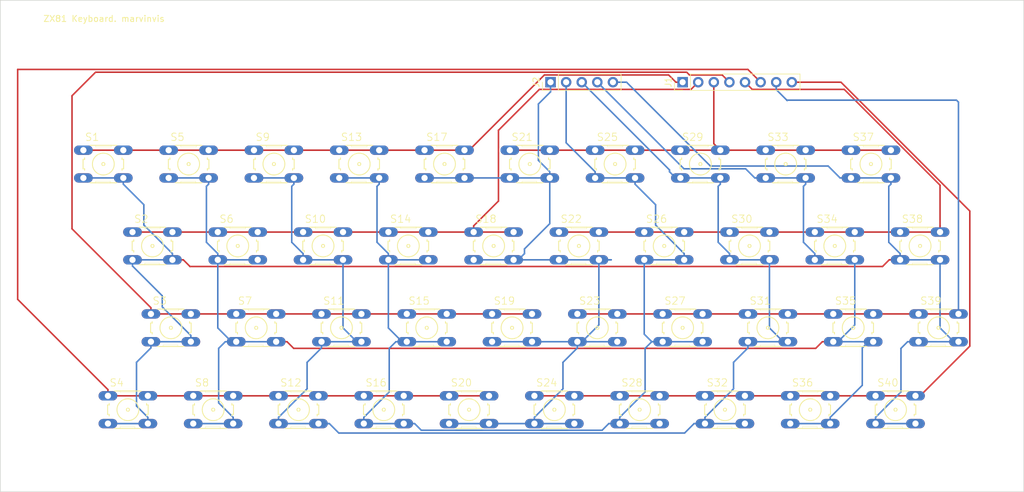
<source format=kicad_pcb>
(kicad_pcb (version 20171130) (host pcbnew "(5.1.2)-2")
  (layers (0 F.Cu signal) (31 B.Cu signal) (34 B.Paste user) (35 F.Paste user) (36 B.SilkS user) (37 F.SilkS user) (38 B.Mask user) (39 F.Mask user) (44 Edge.Cuts user))
  (net 0 "")
  (net 1 /A13)
  (net 2 /A8)
  (net 3 /A14)
  (net 4 /A15)
  (net 5 /A9)
  (net 6 /A12)
  (net 7 /A10)
  (net 8 /A11)
  (net 9 /D0)
  (net 10 /D1)
  (net 11 /D2)
  (net 12 /D3)
  (net 13 /D4)
  (module Connector_PinHeader_2.54mm:PinHeader_1x05_P2.54mm_Vertical (layer F.Cu) (at 142.1579 63.667 90)
    (fp_text reference J2 (at 0 -2.33 90) (layer F.SilkS))
    (fp_text value 66100511722)
    (pad 5 thru_hole oval (at 0 10.16 90) (size 1.7 1.7) (drill 1) (layers *.Cu *.Mask) (net 9 /D0))
    (pad 4 thru_hole oval (at 0 7.62 90) (size 1.7 1.7) (drill 1) (layers *.Cu *.Mask) (net 10 /D1))
    (pad 3 thru_hole oval (at 0 5.08 90) (size 1.7 1.7) (drill 1) (layers *.Cu *.Mask) (net 11 /D2))
    (pad 2 thru_hole oval (at 0 2.54 90) (size 1.7 1.7) (drill 1) (layers *.Cu *.Mask) (net 12 /D3))
    (pad 1 thru_hole rect (at 0 0 90) (size 1.7 1.7) (drill 1) (layers *.Cu *.Mask) (net 13 /D4))
  )
  (module Connector_PinHeader_2.54mm:PinHeader_1x08_P2.54mm_Vertical (layer F.Cu) (at 163.6668 63.667 90)
    (fp_text reference J1 (at 0 -2.33 90) (layer F.SilkS))
    (fp_text value 66100811622)
    (pad 8 thru_hole oval (at 0 17.78 90) (size 1.7 1.7) (drill 1) (layers *.Cu *.Mask) (net 4 /A15))
    (pad 7 thru_hole oval (at 0 15.24 90) (size 1.7 1.7) (drill 1) (layers *.Cu *.Mask) (net 3 /A14))
    (pad 6 thru_hole oval (at 0 12.7 90) (size 1.7 1.7) (drill 1) (layers *.Cu *.Mask) (net 2 /A8))
    (pad 5 thru_hole oval (at 0 10.16 90) (size 1.7 1.7) (drill 1) (layers *.Cu *.Mask) (net 1 /A13))
    (pad 4 thru_hole oval (at 0 7.62 90) (size 1.7 1.7) (drill 1) (layers *.Cu *.Mask) (net 5 /A9))
    (pad 3 thru_hole oval (at 0 5.08 90) (size 1.7 1.7) (drill 1) (layers *.Cu *.Mask) (net 6 /A12))
    (pad 2 thru_hole oval (at 0 2.54 90) (size 1.7 1.7) (drill 1) (layers *.Cu *.Mask) (net 7 /A10))
    (pad 1 thru_hole rect (at 0 0 90) (size 1.7 1.7) (drill 1) (layers *.Cu *.Mask) (net 8 /A11))
  )
  (module untitled:B3F-10XX (layer F.Cu) (at 77.3334 90.3338)
    (fp_text reference S2 (at -3.048 -3.683) (layer F.SilkS) (effects (font (size 1.2065 1.2065) (thickness 0.12065)) (justify left bottom)))
    (fp_text value Q)
    (pad 1 thru_hole oval (at -3.2512 -2.2606) (size 3.048 1.524) (drill 1.016) (layers *.Cu *.Mask) (net 7 /A10))
    (pad 3 thru_hole oval (at -3.2512 2.2606) (size 3.048 1.524) (drill 1.016) (layers *.Cu *.Mask) (net 9 /D0))
    (pad 2 thru_hole oval (at 3.2512 -2.2606) (size 3.048 1.524) (drill 1.016) (layers *.Cu *.Mask) (net 7 /A10))
    (pad 4 thru_hole oval (at 3.2512 2.2606) (size 3.048 1.524) (drill 1.016) (layers *.Cu *.Mask) (net 9 /D0))
  )
  (module untitled:B3F-10XX (layer F.Cu) (at 69.3334 77.0004)
    (fp_text reference S1 (at -3.048 -3.683) (layer F.SilkS) (effects (font (size 1.2065 1.2065) (thickness 0.12065)) (justify left bottom)))
    (fp_text value 1)
    (pad 4 thru_hole oval (at 3.2512 2.2606) (size 3.048 1.524) (drill 1.016) (layers *.Cu *.Mask) (net 9 /D0))
    (pad 2 thru_hole oval (at 3.2512 -2.2606) (size 3.048 1.524) (drill 1.016) (layers *.Cu *.Mask) (net 8 /A11))
    (pad 3 thru_hole oval (at -3.2512 2.2606) (size 3.048 1.524) (drill 1.016) (layers *.Cu *.Mask) (net 9 /D0))
    (pad 1 thru_hole oval (at -3.2512 -2.2606) (size 3.048 1.524) (drill 1.016) (layers *.Cu *.Mask) (net 8 /A11))
  )
  (module untitled:B3F-10XX (layer F.Cu) (at 80.3334 103.6672)
    (fp_text reference S3 (at -3.048 -3.683) (layer F.SilkS) (effects (font (size 1.2065 1.2065) (thickness 0.12065)) (justify left bottom)))
    (fp_text value A)
    (pad 4 thru_hole oval (at 3.2512 2.2606) (size 3.048 1.524) (drill 1.016) (layers *.Cu *.Mask) (net 9 /D0))
    (pad 2 thru_hole oval (at 3.2512 -2.2606) (size 3.048 1.524) (drill 1.016) (layers *.Cu *.Mask) (net 5 /A9))
    (pad 3 thru_hole oval (at -3.2512 2.2606) (size 3.048 1.524) (drill 1.016) (layers *.Cu *.Mask) (net 9 /D0))
    (pad 1 thru_hole oval (at -3.2512 -2.2606) (size 3.048 1.524) (drill 1.016) (layers *.Cu *.Mask) (net 5 /A9))
  )
  (module untitled:B3F-10XX (layer F.Cu) (at 73.3334 117.0006)
    (fp_text reference S4 (at -3.048 -3.683) (layer F.SilkS) (effects (font (size 1.2065 1.2065) (thickness 0.12065)) (justify left bottom)))
    (fp_text value SH)
    (pad 1 thru_hole oval (at -3.2512 -2.2606) (size 3.048 1.524) (drill 1.016) (layers *.Cu *.Mask) (net 2 /A8))
    (pad 3 thru_hole oval (at -3.2512 2.2606) (size 3.048 1.524) (drill 1.016) (layers *.Cu *.Mask) (net 9 /D0))
    (pad 2 thru_hole oval (at 3.2512 -2.2606) (size 3.048 1.524) (drill 1.016) (layers *.Cu *.Mask) (net 2 /A8))
    (pad 4 thru_hole oval (at 3.2512 2.2606) (size 3.048 1.524) (drill 1.016) (layers *.Cu *.Mask) (net 9 /D0))
  )
  (module untitled:B3F-10XX (layer F.Cu) (at 83.2223 77.0004)
    (fp_text reference S5 (at -3.048 -3.683) (layer F.SilkS) (effects (font (size 1.2065 1.2065) (thickness 0.12065)) (justify left bottom)))
    (fp_text value 2)
    (pad 1 thru_hole oval (at -3.2512 -2.2606) (size 3.048 1.524) (drill 1.016) (layers *.Cu *.Mask) (net 8 /A11))
    (pad 3 thru_hole oval (at -3.2512 2.2606) (size 3.048 1.524) (drill 1.016) (layers *.Cu *.Mask) (net 10 /D1))
    (pad 2 thru_hole oval (at 3.2512 -2.2606) (size 3.048 1.524) (drill 1.016) (layers *.Cu *.Mask) (net 8 /A11))
    (pad 4 thru_hole oval (at 3.2512 2.2606) (size 3.048 1.524) (drill 1.016) (layers *.Cu *.Mask) (net 10 /D1))
  )
  (module untitled:B3F-10XX (layer F.Cu) (at 91.2223 90.3338)
    (fp_text reference S6 (at -3.048 -3.683) (layer F.SilkS) (effects (font (size 1.2065 1.2065) (thickness 0.12065)) (justify left bottom)))
    (fp_text value W)
    (pad 4 thru_hole oval (at 3.2512 2.2606) (size 3.048 1.524) (drill 1.016) (layers *.Cu *.Mask) (net 10 /D1))
    (pad 2 thru_hole oval (at 3.2512 -2.2606) (size 3.048 1.524) (drill 1.016) (layers *.Cu *.Mask) (net 7 /A10))
    (pad 3 thru_hole oval (at -3.2512 2.2606) (size 3.048 1.524) (drill 1.016) (layers *.Cu *.Mask) (net 10 /D1))
    (pad 1 thru_hole oval (at -3.2512 -2.2606) (size 3.048 1.524) (drill 1.016) (layers *.Cu *.Mask) (net 7 /A10))
  )
  (module untitled:B3F-10XX (layer F.Cu) (at 94.2223 103.6672)
    (fp_text reference S7 (at -3.048 -3.683) (layer F.SilkS) (effects (font (size 1.2065 1.2065) (thickness 0.12065)) (justify left bottom)))
    (fp_text value S)
    (pad 4 thru_hole oval (at 3.2512 2.2606) (size 3.048 1.524) (drill 1.016) (layers *.Cu *.Mask) (net 10 /D1))
    (pad 2 thru_hole oval (at 3.2512 -2.2606) (size 3.048 1.524) (drill 1.016) (layers *.Cu *.Mask) (net 5 /A9))
    (pad 3 thru_hole oval (at -3.2512 2.2606) (size 3.048 1.524) (drill 1.016) (layers *.Cu *.Mask) (net 10 /D1))
    (pad 1 thru_hole oval (at -3.2512 -2.2606) (size 3.048 1.524) (drill 1.016) (layers *.Cu *.Mask) (net 5 /A9))
  )
  (module untitled:B3F-10XX (layer F.Cu) (at 87.2223 117.0006)
    (fp_text reference S8 (at -3.048 -3.683) (layer F.SilkS) (effects (font (size 1.2065 1.2065) (thickness 0.12065)) (justify left bottom)))
    (fp_text value Z)
    (pad 4 thru_hole oval (at 3.2512 2.2606) (size 3.048 1.524) (drill 1.016) (layers *.Cu *.Mask) (net 10 /D1))
    (pad 2 thru_hole oval (at 3.2512 -2.2606) (size 3.048 1.524) (drill 1.016) (layers *.Cu *.Mask) (net 2 /A8))
    (pad 3 thru_hole oval (at -3.2512 2.2606) (size 3.048 1.524) (drill 1.016) (layers *.Cu *.Mask) (net 10 /D1))
    (pad 1 thru_hole oval (at -3.2512 -2.2606) (size 3.048 1.524) (drill 1.016) (layers *.Cu *.Mask) (net 2 /A8))
  )
  (module untitled:B3F-10XX (layer F.Cu) (at 97.1112 77.0004)
    (fp_text reference S9 (at -3.048 -3.683) (layer F.SilkS) (effects (font (size 1.2065 1.2065) (thickness 0.12065)) (justify left bottom)))
    (fp_text value 3)
    (pad 1 thru_hole oval (at -3.2512 -2.2606) (size 3.048 1.524) (drill 1.016) (layers *.Cu *.Mask) (net 8 /A11))
    (pad 3 thru_hole oval (at -3.2512 2.2606) (size 3.048 1.524) (drill 1.016) (layers *.Cu *.Mask) (net 11 /D2))
    (pad 2 thru_hole oval (at 3.2512 -2.2606) (size 3.048 1.524) (drill 1.016) (layers *.Cu *.Mask) (net 8 /A11))
    (pad 4 thru_hole oval (at 3.2512 2.2606) (size 3.048 1.524) (drill 1.016) (layers *.Cu *.Mask) (net 11 /D2))
  )
  (module untitled:B3F-10XX (layer F.Cu) (at 105.1112 90.3338)
    (fp_text reference S10 (at -3.048 -3.683) (layer F.SilkS) (effects (font (size 1.2065 1.2065) (thickness 0.12065)) (justify left bottom)))
    (fp_text value E)
    (pad 1 thru_hole oval (at -3.2512 -2.2606) (size 3.048 1.524) (drill 1.016) (layers *.Cu *.Mask) (net 7 /A10))
    (pad 3 thru_hole oval (at -3.2512 2.2606) (size 3.048 1.524) (drill 1.016) (layers *.Cu *.Mask) (net 11 /D2))
    (pad 2 thru_hole oval (at 3.2512 -2.2606) (size 3.048 1.524) (drill 1.016) (layers *.Cu *.Mask) (net 7 /A10))
    (pad 4 thru_hole oval (at 3.2512 2.2606) (size 3.048 1.524) (drill 1.016) (layers *.Cu *.Mask) (net 11 /D2))
  )
  (module untitled:B3F-10XX (layer F.Cu) (at 108.1112 103.6672)
    (fp_text reference S11 (at -3.048 -3.683) (layer F.SilkS) (effects (font (size 1.2065 1.2065) (thickness 0.12065)) (justify left bottom)))
    (fp_text value D)
    (pad 1 thru_hole oval (at -3.2512 -2.2606) (size 3.048 1.524) (drill 1.016) (layers *.Cu *.Mask) (net 5 /A9))
    (pad 3 thru_hole oval (at -3.2512 2.2606) (size 3.048 1.524) (drill 1.016) (layers *.Cu *.Mask) (net 11 /D2))
    (pad 2 thru_hole oval (at 3.2512 -2.2606) (size 3.048 1.524) (drill 1.016) (layers *.Cu *.Mask) (net 5 /A9))
    (pad 4 thru_hole oval (at 3.2512 2.2606) (size 3.048 1.524) (drill 1.016) (layers *.Cu *.Mask) (net 11 /D2))
  )
  (module untitled:B3F-10XX (layer F.Cu) (at 101.1112 117.0006)
    (fp_text reference S12 (at -3.048 -3.683) (layer F.SilkS) (effects (font (size 1.2065 1.2065) (thickness 0.12065)) (justify left bottom)))
    (fp_text value X)
    (pad 4 thru_hole oval (at 3.2512 2.2606) (size 3.048 1.524) (drill 1.016) (layers *.Cu *.Mask) (net 11 /D2))
    (pad 2 thru_hole oval (at 3.2512 -2.2606) (size 3.048 1.524) (drill 1.016) (layers *.Cu *.Mask) (net 2 /A8))
    (pad 3 thru_hole oval (at -3.2512 2.2606) (size 3.048 1.524) (drill 1.016) (layers *.Cu *.Mask) (net 11 /D2))
    (pad 1 thru_hole oval (at -3.2512 -2.2606) (size 3.048 1.524) (drill 1.016) (layers *.Cu *.Mask) (net 2 /A8))
  )
  (module untitled:B3F-10XX (layer F.Cu) (at 111.0001 77.0004)
    (fp_text reference S13 (at -3.048 -3.683) (layer F.SilkS) (effects (font (size 1.2065 1.2065) (thickness 0.12065)) (justify left bottom)))
    (fp_text value 4)
    (pad 4 thru_hole oval (at 3.2512 2.2606) (size 3.048 1.524) (drill 1.016) (layers *.Cu *.Mask) (net 12 /D3))
    (pad 2 thru_hole oval (at 3.2512 -2.2606) (size 3.048 1.524) (drill 1.016) (layers *.Cu *.Mask) (net 8 /A11))
    (pad 3 thru_hole oval (at -3.2512 2.2606) (size 3.048 1.524) (drill 1.016) (layers *.Cu *.Mask) (net 12 /D3))
    (pad 1 thru_hole oval (at -3.2512 -2.2606) (size 3.048 1.524) (drill 1.016) (layers *.Cu *.Mask) (net 8 /A11))
  )
  (module untitled:B3F-10XX (layer F.Cu) (at 119.0001 90.3338)
    (fp_text reference S14 (at -3.048 -3.683) (layer F.SilkS) (effects (font (size 1.2065 1.2065) (thickness 0.12065)) (justify left bottom)))
    (fp_text value R)
    (pad 4 thru_hole oval (at 3.2512 2.2606) (size 3.048 1.524) (drill 1.016) (layers *.Cu *.Mask) (net 12 /D3))
    (pad 2 thru_hole oval (at 3.2512 -2.2606) (size 3.048 1.524) (drill 1.016) (layers *.Cu *.Mask) (net 7 /A10))
    (pad 3 thru_hole oval (at -3.2512 2.2606) (size 3.048 1.524) (drill 1.016) (layers *.Cu *.Mask) (net 12 /D3))
    (pad 1 thru_hole oval (at -3.2512 -2.2606) (size 3.048 1.524) (drill 1.016) (layers *.Cu *.Mask) (net 7 /A10))
  )
  (module untitled:B3F-10XX (layer F.Cu) (at 122.0001 103.6672)
    (fp_text reference S15 (at -3.048 -3.683) (layer F.SilkS) (effects (font (size 1.2065 1.2065) (thickness 0.12065)) (justify left bottom)))
    (fp_text value F)
    (pad 4 thru_hole oval (at 3.2512 2.2606) (size 3.048 1.524) (drill 1.016) (layers *.Cu *.Mask) (net 12 /D3))
    (pad 2 thru_hole oval (at 3.2512 -2.2606) (size 3.048 1.524) (drill 1.016) (layers *.Cu *.Mask) (net 5 /A9))
    (pad 3 thru_hole oval (at -3.2512 2.2606) (size 3.048 1.524) (drill 1.016) (layers *.Cu *.Mask) (net 12 /D3))
    (pad 1 thru_hole oval (at -3.2512 -2.2606) (size 3.048 1.524) (drill 1.016) (layers *.Cu *.Mask) (net 5 /A9))
  )
  (module untitled:B3F-10XX (layer F.Cu) (at 115.0001 117.0006)
    (fp_text reference S16 (at -3.048 -3.683) (layer F.SilkS) (effects (font (size 1.2065 1.2065) (thickness 0.12065)) (justify left bottom)))
    (fp_text value C)
    (pad 1 thru_hole oval (at -3.2512 -2.2606) (size 3.048 1.524) (drill 1.016) (layers *.Cu *.Mask) (net 2 /A8))
    (pad 3 thru_hole oval (at -3.2512 2.2606) (size 3.048 1.524) (drill 1.016) (layers *.Cu *.Mask) (net 12 /D3))
    (pad 2 thru_hole oval (at 3.2512 -2.2606) (size 3.048 1.524) (drill 1.016) (layers *.Cu *.Mask) (net 2 /A8))
    (pad 4 thru_hole oval (at 3.2512 2.2606) (size 3.048 1.524) (drill 1.016) (layers *.Cu *.Mask) (net 12 /D3))
  )
  (module untitled:B3F-10XX (layer F.Cu) (at 124.889 77.0004)
    (fp_text reference S17 (at -3.048 -3.683) (layer F.SilkS) (effects (font (size 1.2065 1.2065) (thickness 0.12065)) (justify left bottom)))
    (fp_text value 5)
    (pad 1 thru_hole oval (at -3.2512 -2.2606) (size 3.048 1.524) (drill 1.016) (layers *.Cu *.Mask) (net 8 /A11))
    (pad 3 thru_hole oval (at -3.2512 2.2606) (size 3.048 1.524) (drill 1.016) (layers *.Cu *.Mask) (net 13 /D4))
    (pad 2 thru_hole oval (at 3.2512 -2.2606) (size 3.048 1.524) (drill 1.016) (layers *.Cu *.Mask) (net 8 /A11))
    (pad 4 thru_hole oval (at 3.2512 2.2606) (size 3.048 1.524) (drill 1.016) (layers *.Cu *.Mask) (net 13 /D4))
  )
  (module untitled:B3F-10XX (layer F.Cu) (at 132.889 90.3338)
    (fp_text reference S18 (at -3.048 -3.683) (layer F.SilkS) (effects (font (size 1.2065 1.2065) (thickness 0.12065)) (justify left bottom)))
    (fp_text value T)
    (pad 1 thru_hole oval (at -3.2512 -2.2606) (size 3.048 1.524) (drill 1.016) (layers *.Cu *.Mask) (net 7 /A10))
    (pad 3 thru_hole oval (at -3.2512 2.2606) (size 3.048 1.524) (drill 1.016) (layers *.Cu *.Mask) (net 13 /D4))
    (pad 2 thru_hole oval (at 3.2512 -2.2606) (size 3.048 1.524) (drill 1.016) (layers *.Cu *.Mask) (net 7 /A10))
    (pad 4 thru_hole oval (at 3.2512 2.2606) (size 3.048 1.524) (drill 1.016) (layers *.Cu *.Mask) (net 13 /D4))
  )
  (module untitled:B3F-10XX (layer F.Cu) (at 135.889 103.6672)
    (fp_text reference S19 (at -3.048 -3.683) (layer F.SilkS) (effects (font (size 1.2065 1.2065) (thickness 0.12065)) (justify left bottom)))
    (fp_text value G)
    (pad 1 thru_hole oval (at -3.2512 -2.2606) (size 3.048 1.524) (drill 1.016) (layers *.Cu *.Mask) (net 5 /A9))
    (pad 3 thru_hole oval (at -3.2512 2.2606) (size 3.048 1.524) (drill 1.016) (layers *.Cu *.Mask) (net 13 /D4))
    (pad 2 thru_hole oval (at 3.2512 -2.2606) (size 3.048 1.524) (drill 1.016) (layers *.Cu *.Mask) (net 5 /A9))
    (pad 4 thru_hole oval (at 3.2512 2.2606) (size 3.048 1.524) (drill 1.016) (layers *.Cu *.Mask) (net 13 /D4))
  )
  (module untitled:B3F-10XX (layer F.Cu) (at 128.889 117.0006)
    (fp_text reference S20 (at -3.048 -3.683) (layer F.SilkS) (effects (font (size 1.2065 1.2065) (thickness 0.12065)) (justify left bottom)))
    (fp_text value V)
    (pad 4 thru_hole oval (at 3.2512 2.2606) (size 3.048 1.524) (drill 1.016) (layers *.Cu *.Mask) (net 13 /D4))
    (pad 2 thru_hole oval (at 3.2512 -2.2606) (size 3.048 1.524) (drill 1.016) (layers *.Cu *.Mask) (net 2 /A8))
    (pad 3 thru_hole oval (at -3.2512 2.2606) (size 3.048 1.524) (drill 1.016) (layers *.Cu *.Mask) (net 13 /D4))
    (pad 1 thru_hole oval (at -3.2512 -2.2606) (size 3.048 1.524) (drill 1.016) (layers *.Cu *.Mask) (net 2 /A8))
  )
  (module untitled:B3F-10XX (layer F.Cu) (at 138.7779 77.0004)
    (fp_text reference S21 (at -3.048 -3.683) (layer F.SilkS) (effects (font (size 1.2065 1.2065) (thickness 0.12065)) (justify left bottom)))
    (fp_text value 6)
    (pad 4 thru_hole oval (at 3.2512 2.2606) (size 3.048 1.524) (drill 1.016) (layers *.Cu *.Mask) (net 13 /D4))
    (pad 2 thru_hole oval (at 3.2512 -2.2606) (size 3.048 1.524) (drill 1.016) (layers *.Cu *.Mask) (net 6 /A12))
    (pad 3 thru_hole oval (at -3.2512 2.2606) (size 3.048 1.524) (drill 1.016) (layers *.Cu *.Mask) (net 13 /D4))
    (pad 1 thru_hole oval (at -3.2512 -2.2606) (size 3.048 1.524) (drill 1.016) (layers *.Cu *.Mask) (net 6 /A12))
  )
  (module untitled:B3F-10XX (layer F.Cu) (at 146.7779 90.3338)
    (fp_text reference S22 (at -3.048 -3.683) (layer F.SilkS) (effects (font (size 1.2065 1.2065) (thickness 0.12065)) (justify left bottom)))
    (fp_text value Y)
    (pad 4 thru_hole oval (at 3.2512 2.2606) (size 3.048 1.524) (drill 1.016) (layers *.Cu *.Mask) (net 13 /D4))
    (pad 2 thru_hole oval (at 3.2512 -2.2606) (size 3.048 1.524) (drill 1.016) (layers *.Cu *.Mask) (net 1 /A13))
    (pad 3 thru_hole oval (at -3.2512 2.2606) (size 3.048 1.524) (drill 1.016) (layers *.Cu *.Mask) (net 13 /D4))
    (pad 1 thru_hole oval (at -3.2512 -2.2606) (size 3.048 1.524) (drill 1.016) (layers *.Cu *.Mask) (net 1 /A13))
  )
  (module untitled:B3F-10XX (layer F.Cu) (at 149.7779 103.6672)
    (fp_text reference S23 (at -3.048 -3.683) (layer F.SilkS) (effects (font (size 1.2065 1.2065) (thickness 0.12065)) (justify left bottom)))
    (fp_text value H)
    (pad 4 thru_hole oval (at 3.2512 2.2606) (size 3.048 1.524) (drill 1.016) (layers *.Cu *.Mask) (net 13 /D4))
    (pad 2 thru_hole oval (at 3.2512 -2.2606) (size 3.048 1.524) (drill 1.016) (layers *.Cu *.Mask) (net 3 /A14))
    (pad 3 thru_hole oval (at -3.2512 2.2606) (size 3.048 1.524) (drill 1.016) (layers *.Cu *.Mask) (net 13 /D4))
    (pad 1 thru_hole oval (at -3.2512 -2.2606) (size 3.048 1.524) (drill 1.016) (layers *.Cu *.Mask) (net 3 /A14))
  )
  (module untitled:B3F-10XX (layer F.Cu) (at 142.7779 117.0006)
    (fp_text reference S24 (at -3.048 -3.683) (layer F.SilkS) (effects (font (size 1.2065 1.2065) (thickness 0.12065)) (justify left bottom)))
    (fp_text value B)
    (pad 1 thru_hole oval (at -3.2512 -2.2606) (size 3.048 1.524) (drill 1.016) (layers *.Cu *.Mask) (net 4 /A15))
    (pad 3 thru_hole oval (at -3.2512 2.2606) (size 3.048 1.524) (drill 1.016) (layers *.Cu *.Mask) (net 13 /D4))
    (pad 2 thru_hole oval (at 3.2512 -2.2606) (size 3.048 1.524) (drill 1.016) (layers *.Cu *.Mask) (net 4 /A15))
    (pad 4 thru_hole oval (at 3.2512 2.2606) (size 3.048 1.524) (drill 1.016) (layers *.Cu *.Mask) (net 13 /D4))
  )
  (module untitled:B3F-10XX (layer F.Cu) (at 152.6668 77.0004)
    (fp_text reference S25 (at -3.048 -3.683) (layer F.SilkS) (effects (font (size 1.2065 1.2065) (thickness 0.12065)) (justify left bottom)))
    (fp_text value 7)
    (pad 1 thru_hole oval (at -3.2512 -2.2606) (size 3.048 1.524) (drill 1.016) (layers *.Cu *.Mask) (net 6 /A12))
    (pad 3 thru_hole oval (at -3.2512 2.2606) (size 3.048 1.524) (drill 1.016) (layers *.Cu *.Mask) (net 12 /D3))
    (pad 2 thru_hole oval (at 3.2512 -2.2606) (size 3.048 1.524) (drill 1.016) (layers *.Cu *.Mask) (net 6 /A12))
    (pad 4 thru_hole oval (at 3.2512 2.2606) (size 3.048 1.524) (drill 1.016) (layers *.Cu *.Mask) (net 12 /D3))
  )
  (module untitled:B3F-10XX (layer F.Cu) (at 160.6668 90.3338)
    (fp_text reference S26 (at -3.048 -3.683) (layer F.SilkS) (effects (font (size 1.2065 1.2065) (thickness 0.12065)) (justify left bottom)))
    (fp_text value U)
    (pad 1 thru_hole oval (at -3.2512 -2.2606) (size 3.048 1.524) (drill 1.016) (layers *.Cu *.Mask) (net 1 /A13))
    (pad 3 thru_hole oval (at -3.2512 2.2606) (size 3.048 1.524) (drill 1.016) (layers *.Cu *.Mask) (net 12 /D3))
    (pad 2 thru_hole oval (at 3.2512 -2.2606) (size 3.048 1.524) (drill 1.016) (layers *.Cu *.Mask) (net 1 /A13))
    (pad 4 thru_hole oval (at 3.2512 2.2606) (size 3.048 1.524) (drill 1.016) (layers *.Cu *.Mask) (net 12 /D3))
  )
  (module untitled:B3F-10XX (layer F.Cu) (at 163.6668 103.6672)
    (fp_text reference S27 (at -3.048 -3.683) (layer F.SilkS) (effects (font (size 1.2065 1.2065) (thickness 0.12065)) (justify left bottom)))
    (fp_text value J)
    (pad 1 thru_hole oval (at -3.2512 -2.2606) (size 3.048 1.524) (drill 1.016) (layers *.Cu *.Mask) (net 3 /A14))
    (pad 3 thru_hole oval (at -3.2512 2.2606) (size 3.048 1.524) (drill 1.016) (layers *.Cu *.Mask) (net 12 /D3))
    (pad 2 thru_hole oval (at 3.2512 -2.2606) (size 3.048 1.524) (drill 1.016) (layers *.Cu *.Mask) (net 3 /A14))
    (pad 4 thru_hole oval (at 3.2512 2.2606) (size 3.048 1.524) (drill 1.016) (layers *.Cu *.Mask) (net 12 /D3))
  )
  (module untitled:B3F-10XX (layer F.Cu) (at 156.6668 117.0006)
    (fp_text reference S28 (at -3.048 -3.683) (layer F.SilkS) (effects (font (size 1.2065 1.2065) (thickness 0.12065)) (justify left bottom)))
    (fp_text value N)
    (pad 4 thru_hole oval (at 3.2512 2.2606) (size 3.048 1.524) (drill 1.016) (layers *.Cu *.Mask) (net 12 /D3))
    (pad 2 thru_hole oval (at 3.2512 -2.2606) (size 3.048 1.524) (drill 1.016) (layers *.Cu *.Mask) (net 4 /A15))
    (pad 3 thru_hole oval (at -3.2512 2.2606) (size 3.048 1.524) (drill 1.016) (layers *.Cu *.Mask) (net 12 /D3))
    (pad 1 thru_hole oval (at -3.2512 -2.2606) (size 3.048 1.524) (drill 1.016) (layers *.Cu *.Mask) (net 4 /A15))
  )
  (module untitled:B3F-10XX (layer F.Cu) (at 166.5557 77.0004)
    (fp_text reference S29 (at -3.048 -3.683) (layer F.SilkS) (effects (font (size 1.2065 1.2065) (thickness 0.12065)) (justify left bottom)))
    (fp_text value 8)
    (pad 4 thru_hole oval (at 3.2512 2.2606) (size 3.048 1.524) (drill 1.016) (layers *.Cu *.Mask) (net 11 /D2))
    (pad 2 thru_hole oval (at 3.2512 -2.2606) (size 3.048 1.524) (drill 1.016) (layers *.Cu *.Mask) (net 6 /A12))
    (pad 3 thru_hole oval (at -3.2512 2.2606) (size 3.048 1.524) (drill 1.016) (layers *.Cu *.Mask) (net 11 /D2))
    (pad 1 thru_hole oval (at -3.2512 -2.2606) (size 3.048 1.524) (drill 1.016) (layers *.Cu *.Mask) (net 6 /A12))
  )
  (module untitled:B3F-10XX (layer F.Cu) (at 174.5557 90.3338)
    (fp_text reference S30 (at -3.048 -3.683) (layer F.SilkS) (effects (font (size 1.2065 1.2065) (thickness 0.12065)) (justify left bottom)))
    (fp_text value I)
    (pad 4 thru_hole oval (at 3.2512 2.2606) (size 3.048 1.524) (drill 1.016) (layers *.Cu *.Mask) (net 11 /D2))
    (pad 2 thru_hole oval (at 3.2512 -2.2606) (size 3.048 1.524) (drill 1.016) (layers *.Cu *.Mask) (net 1 /A13))
    (pad 3 thru_hole oval (at -3.2512 2.2606) (size 3.048 1.524) (drill 1.016) (layers *.Cu *.Mask) (net 11 /D2))
    (pad 1 thru_hole oval (at -3.2512 -2.2606) (size 3.048 1.524) (drill 1.016) (layers *.Cu *.Mask) (net 1 /A13))
  )
  (module untitled:B3F-10XX (layer F.Cu) (at 177.5557 103.6672)
    (fp_text reference S31 (at -3.048 -3.683) (layer F.SilkS) (effects (font (size 1.2065 1.2065) (thickness 0.12065)) (justify left bottom)))
    (fp_text value K)
    (pad 4 thru_hole oval (at 3.2512 2.2606) (size 3.048 1.524) (drill 1.016) (layers *.Cu *.Mask) (net 11 /D2))
    (pad 2 thru_hole oval (at 3.2512 -2.2606) (size 3.048 1.524) (drill 1.016) (layers *.Cu *.Mask) (net 3 /A14))
    (pad 3 thru_hole oval (at -3.2512 2.2606) (size 3.048 1.524) (drill 1.016) (layers *.Cu *.Mask) (net 11 /D2))
    (pad 1 thru_hole oval (at -3.2512 -2.2606) (size 3.048 1.524) (drill 1.016) (layers *.Cu *.Mask) (net 3 /A14))
  )
  (module untitled:B3F-10XX (layer F.Cu) (at 170.5557 117.0006)
    (fp_text reference S32 (at -3.048 -3.683) (layer F.SilkS) (effects (font (size 1.2065 1.2065) (thickness 0.12065)) (justify left bottom)))
    (fp_text value M)
    (pad 1 thru_hole oval (at -3.2512 -2.2606) (size 3.048 1.524) (drill 1.016) (layers *.Cu *.Mask) (net 4 /A15))
    (pad 3 thru_hole oval (at -3.2512 2.2606) (size 3.048 1.524) (drill 1.016) (layers *.Cu *.Mask) (net 11 /D2))
    (pad 2 thru_hole oval (at 3.2512 -2.2606) (size 3.048 1.524) (drill 1.016) (layers *.Cu *.Mask) (net 4 /A15))
    (pad 4 thru_hole oval (at 3.2512 2.2606) (size 3.048 1.524) (drill 1.016) (layers *.Cu *.Mask) (net 11 /D2))
  )
  (module untitled:B3F-10XX (layer F.Cu) (at 180.4446 77.0004)
    (fp_text reference S33 (at -3.048 -3.683) (layer F.SilkS) (effects (font (size 1.2065 1.2065) (thickness 0.12065)) (justify left bottom)))
    (fp_text value 9)
    (pad 1 thru_hole oval (at -3.2512 -2.2606) (size 3.048 1.524) (drill 1.016) (layers *.Cu *.Mask) (net 6 /A12))
    (pad 3 thru_hole oval (at -3.2512 2.2606) (size 3.048 1.524) (drill 1.016) (layers *.Cu *.Mask) (net 10 /D1))
    (pad 2 thru_hole oval (at 3.2512 -2.2606) (size 3.048 1.524) (drill 1.016) (layers *.Cu *.Mask) (net 6 /A12))
    (pad 4 thru_hole oval (at 3.2512 2.2606) (size 3.048 1.524) (drill 1.016) (layers *.Cu *.Mask) (net 10 /D1))
  )
  (module untitled:B3F-10XX (layer F.Cu) (at 188.4446 90.3338)
    (fp_text reference S34 (at -3.048 -3.683) (layer F.SilkS) (effects (font (size 1.2065 1.2065) (thickness 0.12065)) (justify left bottom)))
    (fp_text value O)
    (pad 1 thru_hole oval (at -3.2512 -2.2606) (size 3.048 1.524) (drill 1.016) (layers *.Cu *.Mask) (net 1 /A13))
    (pad 3 thru_hole oval (at -3.2512 2.2606) (size 3.048 1.524) (drill 1.016) (layers *.Cu *.Mask) (net 10 /D1))
    (pad 2 thru_hole oval (at 3.2512 -2.2606) (size 3.048 1.524) (drill 1.016) (layers *.Cu *.Mask) (net 1 /A13))
    (pad 4 thru_hole oval (at 3.2512 2.2606) (size 3.048 1.524) (drill 1.016) (layers *.Cu *.Mask) (net 10 /D1))
  )
  (module untitled:B3F-10XX (layer F.Cu) (at 191.4446 103.6672)
    (fp_text reference S35 (at -3.048 -3.683) (layer F.SilkS) (effects (font (size 1.2065 1.2065) (thickness 0.12065)) (justify left bottom)))
    (fp_text value L)
    (pad 1 thru_hole oval (at -3.2512 -2.2606) (size 3.048 1.524) (drill 1.016) (layers *.Cu *.Mask) (net 3 /A14))
    (pad 3 thru_hole oval (at -3.2512 2.2606) (size 3.048 1.524) (drill 1.016) (layers *.Cu *.Mask) (net 10 /D1))
    (pad 2 thru_hole oval (at 3.2512 -2.2606) (size 3.048 1.524) (drill 1.016) (layers *.Cu *.Mask) (net 3 /A14))
    (pad 4 thru_hole oval (at 3.2512 2.2606) (size 3.048 1.524) (drill 1.016) (layers *.Cu *.Mask) (net 10 /D1))
  )
  (module untitled:B3F-10XX (layer F.Cu) (at 184.4446 117.0006)
    (fp_text reference S36 (at -3.048 -3.683) (layer F.SilkS) (effects (font (size 1.2065 1.2065) (thickness 0.12065)) (justify left bottom)))
    (fp_text value DOT)
    (pad 4 thru_hole oval (at 3.2512 2.2606) (size 3.048 1.524) (drill 1.016) (layers *.Cu *.Mask) (net 10 /D1))
    (pad 2 thru_hole oval (at 3.2512 -2.2606) (size 3.048 1.524) (drill 1.016) (layers *.Cu *.Mask) (net 4 /A15))
    (pad 3 thru_hole oval (at -3.2512 2.2606) (size 3.048 1.524) (drill 1.016) (layers *.Cu *.Mask) (net 10 /D1))
    (pad 1 thru_hole oval (at -3.2512 -2.2606) (size 3.048 1.524) (drill 1.016) (layers *.Cu *.Mask) (net 4 /A15))
  )
  (module untitled:B3F-10XX (layer F.Cu) (at 194.3335 77.0004)
    (fp_text reference S37 (at -3.048 -3.683) (layer F.SilkS) (effects (font (size 1.2065 1.2065) (thickness 0.12065)) (justify left bottom)))
    (fp_text value ZERO)
    (pad 4 thru_hole oval (at 3.2512 2.2606) (size 3.048 1.524) (drill 1.016) (layers *.Cu *.Mask) (net 9 /D0))
    (pad 2 thru_hole oval (at 3.2512 -2.2606) (size 3.048 1.524) (drill 1.016) (layers *.Cu *.Mask) (net 6 /A12))
    (pad 3 thru_hole oval (at -3.2512 2.2606) (size 3.048 1.524) (drill 1.016) (layers *.Cu *.Mask) (net 9 /D0))
    (pad 1 thru_hole oval (at -3.2512 -2.2606) (size 3.048 1.524) (drill 1.016) (layers *.Cu *.Mask) (net 6 /A12))
  )
  (module untitled:B3F-10XX (layer F.Cu) (at 202.3335 90.3338)
    (fp_text reference S38 (at -3.048 -3.683) (layer F.SilkS) (effects (font (size 1.2065 1.2065) (thickness 0.12065)) (justify left bottom)))
    (fp_text value P)
    (pad 1 thru_hole oval (at -3.2512 -2.2606) (size 3.048 1.524) (drill 1.016) (layers *.Cu *.Mask) (net 1 /A13))
    (pad 3 thru_hole oval (at -3.2512 2.2606) (size 3.048 1.524) (drill 1.016) (layers *.Cu *.Mask) (net 9 /D0))
    (pad 2 thru_hole oval (at 3.2512 -2.2606) (size 3.048 1.524) (drill 1.016) (layers *.Cu *.Mask) (net 1 /A13))
    (pad 4 thru_hole oval (at 3.2512 2.2606) (size 3.048 1.524) (drill 1.016) (layers *.Cu *.Mask) (net 9 /D0))
  )
  (module untitled:B3F-10XX (layer F.Cu) (at 205.3335 103.6672)
    (fp_text reference S39 (at -3.048 -3.683) (layer F.SilkS) (effects (font (size 1.2065 1.2065) (thickness 0.12065)) (justify left bottom)))
    (fp_text value NL)
    (pad 4 thru_hole oval (at 3.2512 2.2606) (size 3.048 1.524) (drill 1.016) (layers *.Cu *.Mask) (net 9 /D0))
    (pad 2 thru_hole oval (at 3.2512 -2.2606) (size 3.048 1.524) (drill 1.016) (layers *.Cu *.Mask) (net 3 /A14))
    (pad 3 thru_hole oval (at -3.2512 2.2606) (size 3.048 1.524) (drill 1.016) (layers *.Cu *.Mask) (net 9 /D0))
    (pad 1 thru_hole oval (at -3.2512 -2.2606) (size 3.048 1.524) (drill 1.016) (layers *.Cu *.Mask) (net 3 /A14))
  )
  (module untitled:B3F-10XX (layer F.Cu) (at 198.3335 117.0006)
    (fp_text reference S40 (at -3.048 -3.683) (layer F.SilkS) (effects (font (size 1.2065 1.2065) (thickness 0.12065)) (justify left bottom)))
    (fp_text value SP)
    (pad 1 thru_hole oval (at -3.2512 -2.2606) (size 3.048 1.524) (drill 1.016) (layers *.Cu *.Mask) (net 4 /A15))
    (pad 3 thru_hole oval (at -3.2512 2.2606) (size 3.048 1.524) (drill 1.016) (layers *.Cu *.Mask) (net 9 /D0))
    (pad 2 thru_hole oval (at 3.2512 -2.2606) (size 3.048 1.524) (drill 1.016) (layers *.Cu *.Mask) (net 4 /A15))
    (pad 4 thru_hole oval (at 3.2512 2.2606) (size 3.048 1.524) (drill 1.016) (layers *.Cu *.Mask) (net 9 /D0))
  )
  (gr_text "ZX81 Keyboard. marvinvis" (at 69.4445 53.3336) (layer F.SilkS) (effects (font (size 1 1))))
  (gr_line (start 52.5556 130.334) (end 52.5556 50.3336) (layer Edge.Cuts) (width 0.1))
  (gr_line (start 219.2224 130.334) (end 52.5556 130.334) (layer Edge.Cuts) (width 0.1))
  (gr_line (start 219.2224 50.3336) (end 219.2224 130.334) (layer Edge.Cuts) (width 0.1))
  (gr_line (start 52.5556 50.3336) (end 219.2224 50.3336) (layer Edge.Cuts) (width 0.1))
  (segment (start 143.5267 88.0732) (end 205.5847 88.0732) (width 0.25) (layer F.Cu) (net 1))
  (segment (start 205.5847 87.0612) (end 205.5847 88.0732) (width 0.25) (layer F.Cu) (net 1))
  (segment (start 205.5847 80.440536) (end 205.5847 87.0612) (width 0.25) (layer F.Cu) (net 1))
  (segment (start 189.986165 64.842001) (end 205.5847 80.440536) (width 0.25) (layer F.Cu) (net 1))
  (segment (start 175.001801 64.842001) (end 189.986165 64.842001) (width 0.25) (layer F.Cu) (net 1))
  (segment (start 173.8268 63.667) (end 175.001801 64.842001) (width 0.25) (layer F.Cu) (net 1))
  (segment (start 132.1402 114.74) (end 70.0822 114.74) (width 0.25) (layer F.Cu) (net 2))
  (segment (start 174.29178 61.59198) (end 176.3668 63.667) (width 0.25) (layer F.Cu) (net 2))
  (segment (start 55.38064 61.59198) (end 174.29178 61.59198) (width 0.25) (layer F.Cu) (net 2))
  (segment (start 55.38064 99.02644) (end 55.38064 61.59198) (width 0.25) (layer F.Cu) (net 2))
  (segment (start 70.0822 114.74) (end 70.0822 113.728) (width 0.25) (layer F.Cu) (net 2))
  (segment (start 70.0822 113.728) (end 55.38064 99.02644) (width 0.25) (layer F.Cu) (net 2))
  (segment (start 147.2887 101.4066) (end 208.5847 101.4066) (width 0.25) (layer F.Cu) (net 3))
  (segment (start 146.5267 101.4066) (end 147.2887 101.4066) (width 0.25) (layer F.Cu) (net 3))
  (segment (start 178.9068 63.667) (end 178.9068 64.869081) (width 0.25) (layer B.Cu) (net 3))
  (segment (start 180.630209 66.592491) (end 180.704719 66.667) (width 0.25) (layer B.Cu) (net 3))
  (segment (start 178.9068 64.869081) (end 180.630209 66.592491) (width 0.25) (layer B.Cu) (net 3))
  (segment (start 208.5847 66.9182) (end 208.5847 101.4066) (width 0.25) (layer B.Cu) (net 3))
  (segment (start 180.630209 66.592491) (end 208.258991 66.592491) (width 0.25) (layer B.Cu) (net 3))
  (segment (start 208.258991 66.592491) (end 208.5847 66.9182) (width 0.25) (layer B.Cu) (net 3))
  (segment (start 201.5847 114.74) (end 139.5267 114.74) (width 0.25) (layer F.Cu) (net 4))
  (segment (start 182.648881 63.667) (end 181.4468 63.667) (width 0.25) (layer F.Cu) (net 4))
  (segment (start 189.447574 63.667) (end 182.648881 63.667) (width 0.25) (layer F.Cu) (net 4))
  (segment (start 210.43371 84.653136) (end 189.447574 63.667) (width 0.25) (layer F.Cu) (net 4))
  (segment (start 210.43371 106.65299) (end 210.43371 84.653136) (width 0.25) (layer F.Cu) (net 4))
  (segment (start 202.3467 114.74) (end 210.43371 106.65299) (width 0.25) (layer F.Cu) (net 4))
  (segment (start 201.5847 114.74) (end 202.3467 114.74) (width 0.25) (layer F.Cu) (net 4))
  (segment (start 77.8442 101.4066) (end 139.1402 101.4066) (width 0.25) (layer F.Cu) (net 5))
  (segment (start 77.0822 101.4066) (end 77.8442 101.4066) (width 0.25) (layer F.Cu) (net 5))
  (segment (start 170.111799 62.491999) (end 164.776801 62.491999) (width 0.25) (layer F.Cu) (net 5))
  (segment (start 171.2868 63.667) (end 170.111799 62.491999) (width 0.25) (layer F.Cu) (net 5))
  (segment (start 164.326791 62.041989) (end 68.069511 62.041989) (width 0.25) (layer F.Cu) (net 5))
  (segment (start 164.776801 62.491999) (end 164.326791 62.041989) (width 0.25) (layer F.Cu) (net 5))
  (segment (start 77.0822 100.3946) (end 77.0822 101.4066) (width 0.25) (layer F.Cu) (net 5))
  (segment (start 64.23319 87.54559) (end 77.0822 100.3946) (width 0.25) (layer F.Cu) (net 5))
  (segment (start 64.23319 65.87831) (end 64.23319 87.54559) (width 0.25) (layer F.Cu) (net 5))
  (segment (start 68.069511 62.041989) (end 64.23319 65.87831) (width 0.25) (layer F.Cu) (net 5))
  (segment (start 135.5267 74.7398) (end 197.5847 74.7398) (width 0.25) (layer F.Cu) (net 6))
  (segment (start 168.7468 73.6797) (end 169.8069 74.7398) (width 0.25) (layer F.Cu) (net 6))
  (segment (start 168.7468 63.667) (end 168.7468 73.6797) (width 0.25) (layer F.Cu) (net 6))
  (segment (start 74.0822 88.0732) (end 136.1402 88.0732) (width 0.25) (layer F.Cu) (net 7))
  (segment (start 136.1402 88.0732) (end 136.9022 88.0732) (width 0.25) (layer F.Cu) (net 7))
  (segment (start 129.6378 87.0612) (end 129.6378 88.0732) (width 0.25) (layer F.Cu) (net 7))
  (segment (start 133.67769 83.02131) (end 129.6378 87.0612) (width 0.25) (layer F.Cu) (net 7))
  (segment (start 133.67769 71.501574) (end 133.67769 83.02131) (width 0.25) (layer F.Cu) (net 7))
  (segment (start 140.337263 64.842001) (end 133.67769 71.501574) (width 0.25) (layer F.Cu) (net 7))
  (segment (start 165.031799 64.842001) (end 140.337263 64.842001) (width 0.25) (layer F.Cu) (net 7))
  (segment (start 166.2068 63.667) (end 165.031799 64.842001) (width 0.25) (layer F.Cu) (net 7))
  (segment (start 66.0822 74.7398) (end 128.1402 74.7398) (width 0.25) (layer F.Cu) (net 8))
  (segment (start 162.5668 63.667) (end 163.6668 63.667) (width 0.25) (layer F.Cu) (net 8))
  (segment (start 161.391799 62.491999) (end 162.5668 63.667) (width 0.25) (layer F.Cu) (net 8))
  (segment (start 141.150001 62.491999) (end 161.391799 62.491999) (width 0.25) (layer F.Cu) (net 8))
  (segment (start 128.9022 74.7398) (end 141.150001 62.491999) (width 0.25) (layer F.Cu) (net 8))
  (segment (start 128.1402 74.7398) (end 128.9022 74.7398) (width 0.25) (layer F.Cu) (net 8))
  (segment (start 66.0822 79.261) (end 72.5846 79.261) (width 0.25) (layer B.Cu) (net 9))
  (segment (start 80.5846 91.5824) (end 80.5846 92.5944) (width 0.25) (layer B.Cu) (net 9))
  (segment (start 75.93121 86.92901) (end 80.5846 91.5824) (width 0.25) (layer B.Cu) (net 9))
  (segment (start 75.93121 83.61961) (end 75.93121 86.92901) (width 0.25) (layer B.Cu) (net 9))
  (segment (start 72.5846 80.273) (end 75.93121 83.61961) (width 0.25) (layer B.Cu) (net 9))
  (segment (start 72.5846 79.261) (end 72.5846 80.273) (width 0.25) (layer B.Cu) (net 9))
  (segment (start 80.5846 92.5944) (end 74.0822 92.5944) (width 0.25) (layer B.Cu) (net 9))
  (segment (start 83.5846 104.9158) (end 83.5846 105.9278) (width 0.25) (layer B.Cu) (net 9))
  (segment (start 78.93121 100.26241) (end 83.5846 104.9158) (width 0.25) (layer B.Cu) (net 9))
  (segment (start 78.93121 98.45541) (end 78.93121 100.26241) (width 0.25) (layer B.Cu) (net 9))
  (segment (start 74.0822 93.6064) (end 78.93121 98.45541) (width 0.25) (layer B.Cu) (net 9))
  (segment (start 74.0822 92.5944) (end 74.0822 93.6064) (width 0.25) (layer B.Cu) (net 9))
  (segment (start 83.5846 105.9278) (end 77.0822 105.9278) (width 0.25) (layer B.Cu) (net 9))
  (segment (start 76.5846 118.2492) (end 76.5846 119.2612) (width 0.25) (layer B.Cu) (net 9))
  (segment (start 74.73559 116.40019) (end 76.5846 118.2492) (width 0.25) (layer B.Cu) (net 9))
  (segment (start 74.73559 109.28641) (end 74.73559 116.40019) (width 0.25) (layer B.Cu) (net 9))
  (segment (start 77.0822 106.9398) (end 74.73559 109.28641) (width 0.25) (layer B.Cu) (net 9))
  (segment (start 77.0822 105.9278) (end 77.0822 106.9398) (width 0.25) (layer B.Cu) (net 9))
  (segment (start 76.5846 119.2612) (end 70.0822 119.2612) (width 0.25) (layer B.Cu) (net 9))
  (segment (start 191.0823 79.261) (end 197.5847 79.261) (width 0.25) (layer B.Cu) (net 9))
  (segment (start 199.0823 91.5824) (end 199.0823 92.5944) (width 0.25) (layer B.Cu) (net 9))
  (segment (start 197.23329 89.73339) (end 199.0823 91.5824) (width 0.25) (layer B.Cu) (net 9))
  (segment (start 197.23329 80.62441) (end 197.23329 89.73339) (width 0.25) (layer B.Cu) (net 9))
  (segment (start 197.5847 80.273) (end 197.23329 80.62441) (width 0.25) (layer B.Cu) (net 9))
  (segment (start 197.5847 79.261) (end 197.5847 80.273) (width 0.25) (layer B.Cu) (net 9))
  (segment (start 199.0823 92.5944) (end 205.5847 92.5944) (width 0.25) (layer B.Cu) (net 9))
  (segment (start 207.8227 105.9278) (end 208.5847 105.9278) (width 0.25) (layer B.Cu) (net 9))
  (segment (start 205.5847 103.6898) (end 207.8227 105.9278) (width 0.25) (layer B.Cu) (net 9))
  (segment (start 205.5847 92.5944) (end 205.5847 103.6898) (width 0.25) (layer B.Cu) (net 9))
  (segment (start 208.5847 105.9278) (end 202.0823 105.9278) (width 0.25) (layer B.Cu) (net 9))
  (segment (start 195.0823 118.2492) (end 195.0823 119.2612) (width 0.25) (layer B.Cu) (net 9))
  (segment (start 199.22129 114.11021) (end 195.0823 118.2492) (width 0.25) (layer B.Cu) (net 9))
  (segment (start 199.22129 107.01481) (end 199.22129 114.11021) (width 0.25) (layer B.Cu) (net 9))
  (segment (start 200.3083 105.9278) (end 199.22129 107.01481) (width 0.25) (layer B.Cu) (net 9))
  (segment (start 202.0823 105.9278) (end 200.3083 105.9278) (width 0.25) (layer B.Cu) (net 9))
  (segment (start 195.0823 119.2612) (end 201.5847 119.2612) (width 0.25) (layer B.Cu) (net 9))
  (segment (start 153.519981 63.667) (end 152.3179 63.667) (width 0.25) (layer B.Cu) (net 9))
  (segment (start 154.530964 63.667) (end 153.519981 63.667) (width 0.25) (layer B.Cu) (net 9))
  (segment (start 168.187153 77.323189) (end 154.530964 63.667) (width 0.25) (layer B.Cu) (net 9))
  (segment (start 187.370489 77.323189) (end 168.187153 77.323189) (width 0.25) (layer B.Cu) (net 9))
  (segment (start 189.3083 79.261) (end 187.370489 77.323189) (width 0.25) (layer B.Cu) (net 9))
  (segment (start 191.0823 79.261) (end 189.3083 79.261) (width 0.25) (layer B.Cu) (net 9))
  (segment (start 197.3083 92.5944) (end 199.0823 92.5944) (width 0.25) (layer F.Cu) (net 9))
  (segment (start 196.22129 93.68141) (end 197.3083 92.5944) (width 0.25) (layer F.Cu) (net 9))
  (segment (start 83.44561 93.68141) (end 196.22129 93.68141) (width 0.25) (layer F.Cu) (net 9))
  (segment (start 82.3586 92.5944) (end 83.44561 93.68141) (width 0.25) (layer F.Cu) (net 9))
  (segment (start 80.5846 92.5944) (end 82.3586 92.5944) (width 0.25) (layer F.Cu) (net 9))
  (segment (start 177.1934 79.261) (end 183.6958 79.261) (width 0.25) (layer B.Cu) (net 10))
  (segment (start 185.1934 91.5824) (end 185.1934 92.5944) (width 0.25) (layer B.Cu) (net 10))
  (segment (start 183.34439 89.73339) (end 185.1934 91.5824) (width 0.25) (layer B.Cu) (net 10))
  (segment (start 183.34439 80.62441) (end 183.34439 89.73339) (width 0.25) (layer B.Cu) (net 10))
  (segment (start 183.6958 80.273) (end 183.34439 80.62441) (width 0.25) (layer B.Cu) (net 10))
  (segment (start 183.6958 79.261) (end 183.6958 80.273) (width 0.25) (layer B.Cu) (net 10))
  (segment (start 185.1934 92.5944) (end 191.6958 92.5944) (width 0.25) (layer B.Cu) (net 10))
  (segment (start 188.9554 105.9278) (end 188.1934 105.9278) (width 0.25) (layer B.Cu) (net 10))
  (segment (start 191.6958 103.1874) (end 188.9554 105.9278) (width 0.25) (layer B.Cu) (net 10))
  (segment (start 191.6958 92.5944) (end 191.6958 103.1874) (width 0.25) (layer B.Cu) (net 10))
  (segment (start 188.1934 105.9278) (end 194.6958 105.9278) (width 0.25) (layer B.Cu) (net 10))
  (segment (start 187.6958 118.2492) (end 187.6958 119.2612) (width 0.25) (layer B.Cu) (net 10))
  (segment (start 192.9218 113.0232) (end 187.6958 118.2492) (width 0.25) (layer B.Cu) (net 10))
  (segment (start 192.9218 106.9398) (end 192.9218 113.0232) (width 0.25) (layer B.Cu) (net 10))
  (segment (start 193.9338 105.9278) (end 192.9218 106.9398) (width 0.25) (layer B.Cu) (net 10))
  (segment (start 194.6958 105.9278) (end 193.9338 105.9278) (width 0.25) (layer B.Cu) (net 10))
  (segment (start 181.1934 119.2612) (end 187.6958 119.2612) (width 0.25) (layer B.Cu) (net 10))
  (segment (start 79.9711 79.261) (end 86.4735 79.261) (width 0.25) (layer B.Cu) (net 10))
  (segment (start 87.9711 91.5824) (end 87.9711 92.5944) (width 0.25) (layer B.Cu) (net 10))
  (segment (start 86.12209 89.73339) (end 87.9711 91.5824) (width 0.25) (layer B.Cu) (net 10))
  (segment (start 86.12209 80.62441) (end 86.12209 89.73339) (width 0.25) (layer B.Cu) (net 10))
  (segment (start 86.4735 80.273) (end 86.12209 80.62441) (width 0.25) (layer B.Cu) (net 10))
  (segment (start 86.4735 79.261) (end 86.4735 80.273) (width 0.25) (layer B.Cu) (net 10))
  (segment (start 87.9711 92.5944) (end 94.4735 92.5944) (width 0.25) (layer B.Cu) (net 10))
  (segment (start 90.2091 105.9278) (end 90.9711 105.9278) (width 0.25) (layer B.Cu) (net 10))
  (segment (start 87.9711 103.6898) (end 90.2091 105.9278) (width 0.25) (layer B.Cu) (net 10))
  (segment (start 87.9711 92.5944) (end 87.9711 103.6898) (width 0.25) (layer B.Cu) (net 10))
  (segment (start 97.4735 105.9278) (end 90.9711 105.9278) (width 0.25) (layer B.Cu) (net 10))
  (segment (start 90.4735 118.2492) (end 90.4735 119.2612) (width 0.25) (layer B.Cu) (net 10))
  (segment (start 88.11009 115.88579) (end 90.4735 118.2492) (width 0.25) (layer B.Cu) (net 10))
  (segment (start 88.11009 107.01481) (end 88.11009 115.88579) (width 0.25) (layer B.Cu) (net 10))
  (segment (start 89.1971 105.9278) (end 88.11009 107.01481) (width 0.25) (layer B.Cu) (net 10))
  (segment (start 90.9711 105.9278) (end 89.1971 105.9278) (width 0.25) (layer B.Cu) (net 10))
  (segment (start 83.9711 119.2612) (end 90.4735 119.2612) (width 0.25) (layer B.Cu) (net 10))
  (segment (start 181.1934 119.2612) (end 181.1934 119.3629) (width 0.25) (layer B.Cu) (net 10))
  (segment (start 150.627899 64.516999) (end 149.7779 63.667) (width 0.25) (layer B.Cu) (net 10))
  (segment (start 163.884099 77.773199) (end 150.627899 64.516999) (width 0.25) (layer B.Cu) (net 10))
  (segment (start 173.931599 77.773199) (end 163.884099 77.773199) (width 0.25) (layer B.Cu) (net 10))
  (segment (start 175.4194 79.261) (end 173.931599 77.773199) (width 0.25) (layer B.Cu) (net 10))
  (segment (start 177.1934 79.261) (end 175.4194 79.261) (width 0.25) (layer B.Cu) (net 10))
  (segment (start 186.4194 105.9278) (end 188.1934 105.9278) (width 0.25) (layer F.Cu) (net 10))
  (segment (start 185.33239 107.01481) (end 186.4194 105.9278) (width 0.25) (layer F.Cu) (net 10))
  (segment (start 100.33451 107.01481) (end 185.33239 107.01481) (width 0.25) (layer F.Cu) (net 10))
  (segment (start 99.2475 105.9278) (end 100.33451 107.01481) (width 0.25) (layer F.Cu) (net 10))
  (segment (start 97.4735 105.9278) (end 99.2475 105.9278) (width 0.25) (layer F.Cu) (net 10))
  (segment (start 93.86 79.261) (end 100.3624 79.261) (width 0.25) (layer B.Cu) (net 11))
  (segment (start 101.86 91.5824) (end 101.86 92.5944) (width 0.25) (layer B.Cu) (net 11))
  (segment (start 100.01099 89.73339) (end 101.86 91.5824) (width 0.25) (layer B.Cu) (net 11))
  (segment (start 100.01099 80.62441) (end 100.01099 89.73339) (width 0.25) (layer B.Cu) (net 11))
  (segment (start 100.3624 80.273) (end 100.01099 80.62441) (width 0.25) (layer B.Cu) (net 11))
  (segment (start 100.3624 79.261) (end 100.3624 80.273) (width 0.25) (layer B.Cu) (net 11))
  (segment (start 101.86 92.5944) (end 108.3624 92.5944) (width 0.25) (layer B.Cu) (net 11))
  (segment (start 110.6004 105.9278) (end 111.3624 105.9278) (width 0.25) (layer B.Cu) (net 11))
  (segment (start 108.3624 103.6898) (end 110.6004 105.9278) (width 0.25) (layer B.Cu) (net 11))
  (segment (start 108.3624 92.5944) (end 108.3624 103.6898) (width 0.25) (layer B.Cu) (net 11))
  (segment (start 111.3624 105.9278) (end 104.86 105.9278) (width 0.25) (layer B.Cu) (net 11))
  (segment (start 97.86 118.2492) (end 97.86 119.2612) (width 0.25) (layer B.Cu) (net 11))
  (segment (start 102.51339 113.59581) (end 97.86 118.2492) (width 0.25) (layer B.Cu) (net 11))
  (segment (start 102.51339 109.28641) (end 102.51339 113.59581) (width 0.25) (layer B.Cu) (net 11))
  (segment (start 104.86 106.9398) (end 102.51339 109.28641) (width 0.25) (layer B.Cu) (net 11))
  (segment (start 104.86 105.9278) (end 104.86 106.9398) (width 0.25) (layer B.Cu) (net 11))
  (segment (start 97.86 119.2612) (end 104.3624 119.2612) (width 0.25) (layer B.Cu) (net 11))
  (segment (start 163.3045 79.261) (end 169.8069 79.261) (width 0.25) (layer B.Cu) (net 11))
  (segment (start 171.3045 91.5824) (end 171.3045 92.5944) (width 0.25) (layer B.Cu) (net 11))
  (segment (start 169.45549 89.73339) (end 171.3045 91.5824) (width 0.25) (layer B.Cu) (net 11))
  (segment (start 169.45549 80.62441) (end 169.45549 89.73339) (width 0.25) (layer B.Cu) (net 11))
  (segment (start 169.8069 80.273) (end 169.45549 80.62441) (width 0.25) (layer B.Cu) (net 11))
  (segment (start 169.8069 79.261) (end 169.8069 80.273) (width 0.25) (layer B.Cu) (net 11))
  (segment (start 171.3045 92.5944) (end 177.8069 92.5944) (width 0.25) (layer B.Cu) (net 11))
  (segment (start 180.0449 105.9278) (end 180.8069 105.9278) (width 0.25) (layer B.Cu) (net 11))
  (segment (start 177.8069 103.6898) (end 180.0449 105.9278) (width 0.25) (layer B.Cu) (net 11))
  (segment (start 177.8069 92.5944) (end 177.8069 103.6898) (width 0.25) (layer B.Cu) (net 11))
  (segment (start 180.8069 105.9278) (end 174.3045 105.9278) (width 0.25) (layer B.Cu) (net 11))
  (segment (start 167.3045 118.2492) (end 167.3045 119.2612) (width 0.25) (layer B.Cu) (net 11))
  (segment (start 171.95789 113.59581) (end 167.3045 118.2492) (width 0.25) (layer B.Cu) (net 11))
  (segment (start 171.95789 109.28641) (end 171.95789 113.59581) (width 0.25) (layer B.Cu) (net 11))
  (segment (start 174.3045 106.9398) (end 171.95789 109.28641) (width 0.25) (layer B.Cu) (net 11))
  (segment (start 174.3045 105.9278) (end 174.3045 106.9398) (width 0.25) (layer B.Cu) (net 11))
  (segment (start 167.3045 119.2612) (end 173.8069 119.2612) (width 0.25) (layer B.Cu) (net 11))
  (segment (start 106.1364 119.2612) (end 104.3624 119.2612) (width 0.25) (layer B.Cu) (net 11))
  (segment (start 107.673419 120.798219) (end 106.1364 119.2612) (width 0.25) (layer B.Cu) (net 11))
  (segment (start 163.993481 120.798219) (end 107.673419 120.798219) (width 0.25) (layer B.Cu) (net 11))
  (segment (start 165.5305 119.2612) (end 163.993481 120.798219) (width 0.25) (layer B.Cu) (net 11))
  (segment (start 167.3045 119.2612) (end 165.5305 119.2612) (width 0.25) (layer B.Cu) (net 11))
  (segment (start 148.087899 64.516999) (end 147.2379 63.667) (width 0.25) (layer B.Cu) (net 11))
  (segment (start 161.5305 77.9596) (end 148.087899 64.516999) (width 0.25) (layer B.Cu) (net 11))
  (segment (start 161.5305 78.249) (end 161.5305 77.9596) (width 0.25) (layer B.Cu) (net 11))
  (segment (start 162.5425 79.261) (end 161.5305 78.249) (width 0.25) (layer B.Cu) (net 11))
  (segment (start 163.3045 79.261) (end 162.5425 79.261) (width 0.25) (layer B.Cu) (net 11))
  (segment (start 107.7489 79.261) (end 114.2513 79.261) (width 0.25) (layer B.Cu) (net 12))
  (segment (start 115.7489 91.5824) (end 115.7489 92.5944) (width 0.25) (layer B.Cu) (net 12))
  (segment (start 113.89989 89.73339) (end 115.7489 91.5824) (width 0.25) (layer B.Cu) (net 12))
  (segment (start 113.89989 80.62441) (end 113.89989 89.73339) (width 0.25) (layer B.Cu) (net 12))
  (segment (start 114.2513 80.273) (end 113.89989 80.62441) (width 0.25) (layer B.Cu) (net 12))
  (segment (start 114.2513 79.261) (end 114.2513 80.273) (width 0.25) (layer B.Cu) (net 12))
  (segment (start 115.7489 92.5944) (end 122.2513 92.5944) (width 0.25) (layer B.Cu) (net 12))
  (segment (start 117.9869 105.9278) (end 118.7489 105.9278) (width 0.25) (layer B.Cu) (net 12))
  (segment (start 115.7489 103.6898) (end 117.9869 105.9278) (width 0.25) (layer B.Cu) (net 12))
  (segment (start 115.7489 92.5944) (end 115.7489 103.6898) (width 0.25) (layer B.Cu) (net 12))
  (segment (start 118.7489 105.9278) (end 125.2513 105.9278) (width 0.25) (layer B.Cu) (net 12))
  (segment (start 111.7489 118.2492) (end 111.7489 119.2612) (width 0.25) (layer B.Cu) (net 12))
  (segment (start 115.88789 114.11021) (end 111.7489 118.2492) (width 0.25) (layer B.Cu) (net 12))
  (segment (start 115.88789 107.01481) (end 115.88789 114.11021) (width 0.25) (layer B.Cu) (net 12))
  (segment (start 116.9749 105.9278) (end 115.88789 107.01481) (width 0.25) (layer B.Cu) (net 12))
  (segment (start 118.7489 105.9278) (end 116.9749 105.9278) (width 0.25) (layer B.Cu) (net 12))
  (segment (start 111.7489 119.2612) (end 118.2513 119.2612) (width 0.25) (layer B.Cu) (net 12))
  (segment (start 151.6416 119.2612) (end 153.4156 119.2612) (width 0.25) (layer B.Cu) (net 12))
  (segment (start 150.55459 120.34821) (end 151.6416 119.2612) (width 0.25) (layer B.Cu) (net 12))
  (segment (start 121.11231 120.34821) (end 150.55459 120.34821) (width 0.25) (layer B.Cu) (net 12))
  (segment (start 120.0253 119.2612) (end 121.11231 120.34821) (width 0.25) (layer B.Cu) (net 12))
  (segment (start 118.2513 119.2612) (end 120.0253 119.2612) (width 0.25) (layer B.Cu) (net 12))
  (segment (start 153.4156 119.2612) (end 159.918 119.2612) (width 0.25) (layer B.Cu) (net 12))
  (segment (start 153.4156 118.2492) (end 153.4156 119.2612) (width 0.25) (layer B.Cu) (net 12))
  (segment (start 157.55459 114.11021) (end 153.4156 118.2492) (width 0.25) (layer B.Cu) (net 12))
  (segment (start 157.55459 107.01481) (end 157.55459 114.11021) (width 0.25) (layer B.Cu) (net 12))
  (segment (start 158.6416 105.9278) (end 157.55459 107.01481) (width 0.25) (layer B.Cu) (net 12))
  (segment (start 160.4156 105.9278) (end 166.918 105.9278) (width 0.25) (layer B.Cu) (net 12))
  (segment (start 157.4156 93.6064) (end 157.4156 92.5944) (width 0.25) (layer B.Cu) (net 12))
  (segment (start 157.4156 104.7018) (end 157.4156 93.6064) (width 0.25) (layer B.Cu) (net 12))
  (segment (start 158.6416 105.9278) (end 157.4156 104.7018) (width 0.25) (layer B.Cu) (net 12))
  (segment (start 160.4156 105.9278) (end 158.6416 105.9278) (width 0.25) (layer B.Cu) (net 12))
  (segment (start 157.4156 92.5944) (end 163.918 92.5944) (width 0.25) (layer B.Cu) (net 12))
  (segment (start 149.4156 79.261) (end 155.918 79.261) (width 0.25) (layer B.Cu) (net 12))
  (segment (start 163.918 91.5824) (end 163.918 92.5944) (width 0.25) (layer B.Cu) (net 12))
  (segment (start 159.26461 86.92901) (end 163.918 91.5824) (width 0.25) (layer B.Cu) (net 12))
  (segment (start 159.26461 83.61961) (end 159.26461 86.92901) (width 0.25) (layer B.Cu) (net 12))
  (segment (start 155.918 80.273) (end 159.26461 83.61961) (width 0.25) (layer B.Cu) (net 12))
  (segment (start 155.918 79.261) (end 155.918 80.273) (width 0.25) (layer B.Cu) (net 12))
  (segment (start 144.6979 64.869081) (end 144.6979 63.667) (width 0.25) (layer B.Cu) (net 12))
  (segment (start 144.6979 73.5313) (end 144.6979 64.869081) (width 0.25) (layer B.Cu) (net 12))
  (segment (start 149.4156 78.249) (end 144.6979 73.5313) (width 0.25) (layer B.Cu) (net 12))
  (segment (start 149.4156 79.261) (end 149.4156 78.249) (width 0.25) (layer B.Cu) (net 12))
  (segment (start 142.0291 78.249) (end 142.0291 79.261) (width 0.25) (layer B.Cu) (net 13))
  (segment (start 140.18009 76.39999) (end 142.0291 78.249) (width 0.25) (layer B.Cu) (net 13))
  (segment (start 140.18009 67.22111) (end 140.18009 76.39999) (width 0.25) (layer B.Cu) (net 13))
  (segment (start 142.1579 65.2433) (end 140.18009 67.22111) (width 0.25) (layer B.Cu) (net 13))
  (segment (start 142.1579 63.667) (end 142.1579 65.2433) (width 0.25) (layer B.Cu) (net 13))
  (segment (start 142.0291 79.261) (end 121.6378 79.261) (width 0.25) (layer B.Cu) (net 13))
  (segment (start 136.9022 92.5944) (end 136.1402 92.5944) (width 0.25) (layer B.Cu) (net 13))
  (segment (start 137.9142 91.5824) (end 136.9022 92.5944) (width 0.25) (layer B.Cu) (net 13))
  (segment (start 137.9142 90.8204) (end 137.9142 91.5824) (width 0.25) (layer B.Cu) (net 13))
  (segment (start 142.0291 86.7055) (end 137.9142 90.8204) (width 0.25) (layer B.Cu) (net 13))
  (segment (start 142.0291 79.261) (end 142.0291 86.7055) (width 0.25) (layer B.Cu) (net 13))
  (segment (start 129.6378 92.5944) (end 152.0385 92.5944) (width 0.25) (layer B.Cu) (net 13))
  (segment (start 152.0385 92.5944) (end 150.0291 92.5944) (width 0.25) (layer B.Cu) (net 13))
  (segment (start 147.2887 105.9278) (end 146.5267 105.9278) (width 0.25) (layer B.Cu) (net 13))
  (segment (start 150.0291 103.1874) (end 147.2887 105.9278) (width 0.25) (layer B.Cu) (net 13))
  (segment (start 150.0291 92.5944) (end 150.0291 103.1874) (width 0.25) (layer B.Cu) (net 13))
  (segment (start 132.6378 105.9278) (end 153.0291 105.9278) (width 0.25) (layer B.Cu) (net 13))
  (segment (start 139.5267 118.2492) (end 139.5267 119.2612) (width 0.25) (layer B.Cu) (net 13))
  (segment (start 144.18009 113.59581) (end 139.5267 118.2492) (width 0.25) (layer B.Cu) (net 13))
  (segment (start 144.18009 109.28641) (end 144.18009 113.59581) (width 0.25) (layer B.Cu) (net 13))
  (segment (start 146.5267 106.9398) (end 144.18009 109.28641) (width 0.25) (layer B.Cu) (net 13))
  (segment (start 146.5267 105.9278) (end 146.5267 106.9398) (width 0.25) (layer B.Cu) (net 13))
  (segment (start 146.0291 119.2612) (end 125.6378 119.2612) (width 0.25) (layer B.Cu) (net 13))
)
</source>
